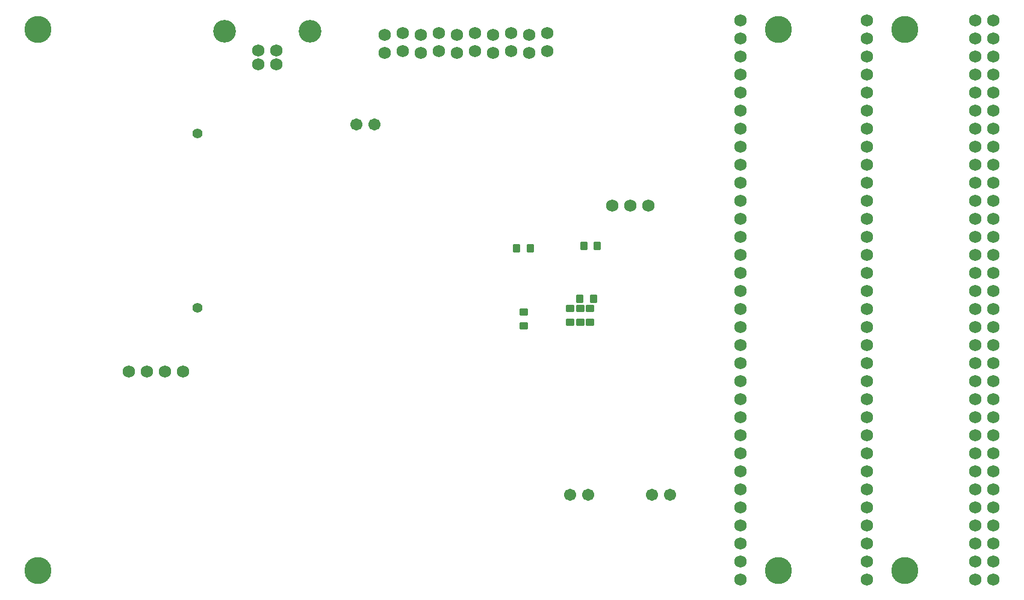
<source format=gbs>
%TF.GenerationSoftware,KiCad,Pcbnew,7.0.8*%
%TF.CreationDate,2024-03-17T11:49:34-04:00*%
%TF.ProjectId,UMDv3,554d4476-332e-46b6-9963-61645f706362,rev?*%
%TF.SameCoordinates,Original*%
%TF.FileFunction,Soldermask,Bot*%
%TF.FilePolarity,Negative*%
%FSLAX46Y46*%
G04 Gerber Fmt 4.6, Leading zero omitted, Abs format (unit mm)*
G04 Created by KiCad (PCBNEW 7.0.8) date 2024-03-17 11:49:34*
%MOMM*%
%LPD*%
G01*
G04 APERTURE LIST*
G04 Aperture macros list*
%AMRoundRect*
0 Rectangle with rounded corners*
0 $1 Rounding radius*
0 $2 $3 $4 $5 $6 $7 $8 $9 X,Y pos of 4 corners*
0 Add a 4 corners polygon primitive as box body*
4,1,4,$2,$3,$4,$5,$6,$7,$8,$9,$2,$3,0*
0 Add four circle primitives for the rounded corners*
1,1,$1+$1,$2,$3*
1,1,$1+$1,$4,$5*
1,1,$1+$1,$6,$7*
1,1,$1+$1,$8,$9*
0 Add four rect primitives between the rounded corners*
20,1,$1+$1,$2,$3,$4,$5,0*
20,1,$1+$1,$4,$5,$6,$7,0*
20,1,$1+$1,$6,$7,$8,$9,0*
20,1,$1+$1,$8,$9,$2,$3,0*%
G04 Aperture macros list end*
%ADD10C,1.727200*%
%ADD11C,1.403200*%
%ADD12C,3.810000*%
%ADD13C,3.203200*%
%ADD14C,1.703200*%
%ADD15RoundRect,0.101600X0.500000X-0.400000X0.500000X0.400000X-0.500000X0.400000X-0.500000X-0.400000X0*%
%ADD16RoundRect,0.101600X0.400000X0.500000X-0.400000X0.500000X-0.400000X-0.500000X0.400000X-0.500000X0*%
%ADD17RoundRect,0.101600X-0.400000X-0.500000X0.400000X-0.500000X0.400000X0.500000X-0.400000X0.500000X0*%
G04 APERTURE END LIST*
D10*
%TO.C,CON104*%
X127508000Y-73152000D03*
X127508000Y-70612000D03*
X130048000Y-72898000D03*
X130048000Y-70358000D03*
X132588000Y-73152000D03*
X132588000Y-70612000D03*
X135128000Y-72898000D03*
X135128000Y-70358000D03*
X137668000Y-73152000D03*
X137668000Y-70612000D03*
X140208000Y-72898000D03*
X140208000Y-70358000D03*
X142748000Y-73152000D03*
X142748000Y-70612000D03*
X145288000Y-72898000D03*
X145288000Y-70358000D03*
X147828000Y-73152000D03*
X147828000Y-70612000D03*
X150368000Y-72898000D03*
X150368000Y-70358000D03*
%TD*%
D11*
%TO.C,CON105*%
X101135000Y-84474000D03*
X101135000Y-109074000D03*
%TD*%
D10*
%TO.C,CON106*%
X177546000Y-68580000D03*
X210566000Y-68580000D03*
X177546000Y-71120000D03*
X210566000Y-71120000D03*
X177546000Y-73660000D03*
X210566000Y-73660000D03*
X177546000Y-76200000D03*
X210566000Y-76200000D03*
X177546000Y-78740000D03*
X210566000Y-78740000D03*
X177546000Y-81280000D03*
X210566000Y-81280000D03*
X177546000Y-83820000D03*
X210566000Y-83820000D03*
X177546000Y-86360000D03*
X210566000Y-86360000D03*
X177546000Y-88900000D03*
X210566000Y-88900000D03*
X177546000Y-91440000D03*
X210566000Y-91440000D03*
X177546000Y-93980000D03*
X210566000Y-93980000D03*
X177546000Y-96520000D03*
X210566000Y-96520000D03*
X177546000Y-99060000D03*
X210566000Y-99060000D03*
X177546000Y-101600000D03*
X210566000Y-101600000D03*
X177546000Y-104140000D03*
X210566000Y-104140000D03*
X177546000Y-106680000D03*
X210566000Y-106680000D03*
X177546000Y-109220000D03*
X210566000Y-109220000D03*
X177546000Y-111760000D03*
X210566000Y-111760000D03*
X177546000Y-114300000D03*
X210566000Y-114300000D03*
X177546000Y-116840000D03*
X210566000Y-116840000D03*
X177546000Y-119380000D03*
X210566000Y-119380000D03*
X177546000Y-121920000D03*
X210566000Y-121920000D03*
X177546000Y-124460000D03*
X210566000Y-124460000D03*
X177546000Y-127000000D03*
X210566000Y-127000000D03*
X177546000Y-129540000D03*
X210566000Y-129540000D03*
X177546000Y-132080000D03*
X210566000Y-132080000D03*
X177546000Y-134620000D03*
X210566000Y-134620000D03*
X177546000Y-137160000D03*
X210566000Y-137160000D03*
X177546000Y-139700000D03*
X210566000Y-139700000D03*
X177546000Y-142240000D03*
X210566000Y-142240000D03*
X177546000Y-144780000D03*
X210566000Y-144780000D03*
X177546000Y-147320000D03*
X210566000Y-147320000D03*
X195326000Y-147320000D03*
X213106000Y-147320000D03*
X195326000Y-144780000D03*
X213106000Y-144780000D03*
X195326000Y-142240000D03*
X213106000Y-142240000D03*
X195326000Y-139700000D03*
X213106000Y-139700000D03*
X195326000Y-137160000D03*
X213106000Y-137160000D03*
X195326000Y-134620000D03*
X213106000Y-134620000D03*
X195326000Y-132080000D03*
X213106000Y-132080000D03*
X195326000Y-129540000D03*
X213106000Y-129540000D03*
X195326000Y-127000000D03*
X213106000Y-127000000D03*
X195326000Y-124460000D03*
X213106000Y-124460000D03*
X195326000Y-121920000D03*
X213106000Y-121920000D03*
X195326000Y-119380000D03*
X213106000Y-119380000D03*
X195326000Y-116840000D03*
X213106000Y-116840000D03*
X195326000Y-114300000D03*
X213106000Y-114300000D03*
X195326000Y-111760000D03*
X213106000Y-111760000D03*
X195326000Y-109220000D03*
X213106000Y-109220000D03*
X195326000Y-106680000D03*
X213106000Y-106680000D03*
X195326000Y-104140000D03*
X213106000Y-104140000D03*
X195326000Y-101600000D03*
X213106000Y-101600000D03*
X195326000Y-99060000D03*
X213106000Y-99060000D03*
X195326000Y-96520000D03*
X213106000Y-96520000D03*
X195326000Y-93980000D03*
X213106000Y-93980000D03*
X195326000Y-91440000D03*
X213106000Y-91440000D03*
X195326000Y-88900000D03*
X213106000Y-88900000D03*
X195326000Y-86360000D03*
X213106000Y-86360000D03*
X195326000Y-83820000D03*
X213106000Y-83820000D03*
X195326000Y-81280000D03*
X213106000Y-81280000D03*
X195326000Y-78740000D03*
X213106000Y-78740000D03*
X195326000Y-76200000D03*
X213106000Y-76200000D03*
X195326000Y-73660000D03*
X213106000Y-73660000D03*
X195326000Y-71120000D03*
X213106000Y-71120000D03*
X195326000Y-68580000D03*
X213106000Y-68580000D03*
%TD*%
D12*
%TO.C,MEC102*%
X78740000Y-146050000D03*
%TD*%
%TO.C,MEC103*%
X200660000Y-69850000D03*
%TD*%
%TO.C,MEC104*%
X200660000Y-146050000D03*
%TD*%
%TO.C,MEC101*%
X78740000Y-69850000D03*
%TD*%
D10*
%TO.C,CON107*%
X159512000Y-94640400D03*
X162052000Y-94640400D03*
X164592000Y-94640400D03*
%TD*%
%TO.C,CON101*%
X109748000Y-74771200D03*
X112248000Y-74771200D03*
X112248000Y-72771200D03*
X109748000Y-72771200D03*
D13*
X104978000Y-70061200D03*
X117018000Y-70061200D03*
%TD*%
D10*
%TO.C,U104*%
X91567000Y-118032000D03*
X94107000Y-118032000D03*
X96647000Y-118032000D03*
X99187000Y-118032000D03*
%TD*%
D14*
%TO.C,D102*%
X165100000Y-135382000D03*
X167640000Y-135382000D03*
%TD*%
%TO.C,D101*%
X153550137Y-135382000D03*
X156090137Y-135382000D03*
%TD*%
D12*
%TO.C,MEC105*%
X182880000Y-146050000D03*
%TD*%
%TO.C,MEC106*%
X182880000Y-69850000D03*
%TD*%
D14*
%TO.C,D103*%
X123527337Y-83223100D03*
X126067337Y-83223100D03*
%TD*%
D15*
%TO.C,C117*%
X153619200Y-111059000D03*
X153619200Y-109159000D03*
%TD*%
D16*
%TO.C,C118*%
X157414000Y-100330000D03*
X155514000Y-100330000D03*
%TD*%
%TO.C,C120*%
X156880600Y-107797600D03*
X154980600Y-107797600D03*
%TD*%
D15*
%TO.C,C121*%
X156413200Y-111059000D03*
X156413200Y-109159000D03*
%TD*%
%TO.C,C122*%
X147066000Y-111567000D03*
X147066000Y-109667000D03*
%TD*%
%TO.C,C123*%
X155016200Y-111059000D03*
X155016200Y-109159000D03*
%TD*%
D17*
%TO.C,C119*%
X146065200Y-100660200D03*
X147965200Y-100660200D03*
%TD*%
M02*

</source>
